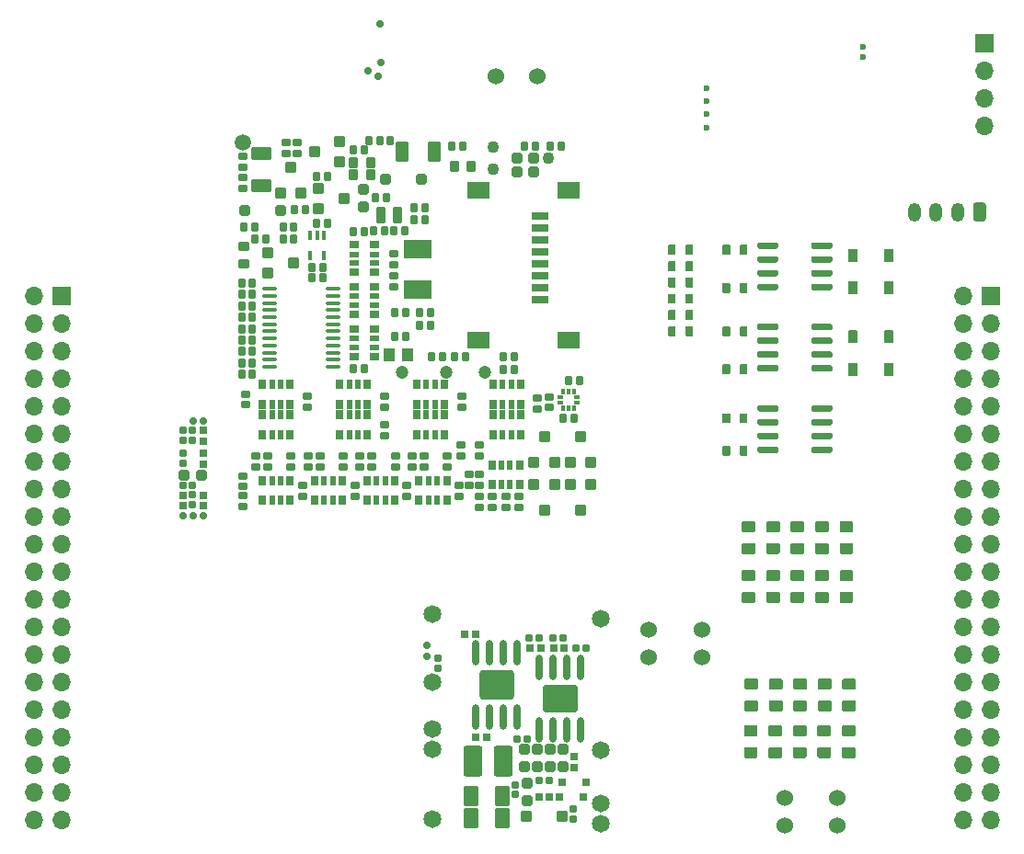
<source format=gbs>
G75*
G70*
%OFA0B0*%
%FSLAX25Y25*%
%IPPOS*%
%LPD*%
%AMOC8*
5,1,8,0,0,1.08239X$1,22.5*
%
%AMM150*
21,1,0.041340,0.026770,-0.000000,-0.000000,180.000000*
21,1,0.029130,0.038980,-0.000000,-0.000000,180.000000*
1,1,0.012210,-0.014570,0.013390*
1,1,0.012210,0.014570,0.013390*
1,1,0.012210,0.014570,-0.013390*
1,1,0.012210,-0.014570,-0.013390*
%
%AMM151*
21,1,0.076380,0.036220,-0.000000,-0.000000,270.000000*
21,1,0.061810,0.050790,-0.000000,-0.000000,270.000000*
1,1,0.014570,-0.018110,-0.030910*
1,1,0.014570,-0.018110,0.030910*
1,1,0.014570,0.018110,0.030910*
1,1,0.014570,0.018110,-0.030910*
%
%AMM154*
21,1,0.029130,0.018900,-0.000000,-0.000000,270.000000*
21,1,0.018900,0.029130,-0.000000,-0.000000,270.000000*
1,1,0.010240,-0.009450,-0.009450*
1,1,0.010240,-0.009450,0.009450*
1,1,0.010240,0.009450,0.009450*
1,1,0.010240,0.009450,-0.009450*
%
%AMM155*
21,1,0.025200,0.019680,-0.000000,-0.000000,180.000000*
21,1,0.015750,0.029130,-0.000000,-0.000000,180.000000*
1,1,0.009450,-0.007870,0.009840*
1,1,0.009450,0.007870,0.009840*
1,1,0.009450,0.007870,-0.009840*
1,1,0.009450,-0.007870,-0.009840*
%
%AMM156*
21,1,0.025200,0.019680,-0.000000,-0.000000,90.000000*
21,1,0.015750,0.029130,-0.000000,-0.000000,90.000000*
1,1,0.009450,0.009840,0.007870*
1,1,0.009450,0.009840,-0.007870*
1,1,0.009450,-0.009840,-0.007870*
1,1,0.009450,-0.009840,0.007870*
%
%AMM162*
21,1,0.111810,0.050390,-0.000000,-0.000000,270.000000*
21,1,0.093700,0.068500,-0.000000,-0.000000,270.000000*
1,1,0.018110,-0.025200,-0.046850*
1,1,0.018110,-0.025200,0.046850*
1,1,0.018110,0.025200,0.046850*
1,1,0.018110,0.025200,-0.046850*
%
%AMM163*
21,1,0.038980,0.026770,-0.000000,-0.000000,90.000000*
21,1,0.026770,0.038980,-0.000000,-0.000000,90.000000*
1,1,0.012210,0.013390,0.013390*
1,1,0.012210,0.013390,-0.013390*
1,1,0.012210,-0.013390,-0.013390*
1,1,0.012210,-0.013390,0.013390*
%
%AMM164*
21,1,0.029130,0.018900,-0.000000,-0.000000,0.000000*
21,1,0.018900,0.029130,-0.000000,-0.000000,0.000000*
1,1,0.010240,0.009450,-0.009450*
1,1,0.010240,-0.009450,-0.009450*
1,1,0.010240,-0.009450,0.009450*
1,1,0.010240,0.009450,0.009450*
%
%AMM165*
21,1,0.127560,0.075590,-0.000000,-0.000000,0.000000*
21,1,0.103150,0.100000,-0.000000,-0.000000,0.000000*
1,1,0.024410,0.051580,-0.037800*
1,1,0.024410,-0.051580,-0.037800*
1,1,0.024410,-0.051580,0.037800*
1,1,0.024410,0.051580,0.037800*
%
%AMM166*
21,1,0.123620,0.083460,-0.000000,-0.000000,180.000000*
21,1,0.097240,0.109840,-0.000000,-0.000000,180.000000*
1,1,0.026380,-0.048620,0.041730*
1,1,0.026380,0.048620,0.041730*
1,1,0.026380,0.048620,-0.041730*
1,1,0.026380,-0.048620,-0.041730*
%
%AMM173*
21,1,0.029130,0.018900,0.000000,-0.000000,90.000000*
21,1,0.018900,0.029130,0.000000,-0.000000,90.000000*
1,1,0.010240,0.009450,0.009450*
1,1,0.010240,0.009450,-0.009450*
1,1,0.010240,-0.009450,-0.009450*
1,1,0.010240,-0.009450,0.009450*
%
%AMM174*
21,1,0.025200,0.019680,0.000000,-0.000000,180.000000*
21,1,0.015750,0.029130,0.000000,-0.000000,180.000000*
1,1,0.009450,-0.007870,0.009840*
1,1,0.009450,0.007870,0.009840*
1,1,0.009450,0.007870,-0.009840*
1,1,0.009450,-0.007870,-0.009840*
%
%AMM175*
21,1,0.038980,0.026770,0.000000,-0.000000,180.000000*
21,1,0.026770,0.038980,0.000000,-0.000000,180.000000*
1,1,0.012210,-0.013390,0.013390*
1,1,0.012210,0.013390,0.013390*
1,1,0.012210,0.013390,-0.013390*
1,1,0.012210,-0.013390,-0.013390*
%
%AMM176*
21,1,0.025200,0.019680,0.000000,-0.000000,270.000000*
21,1,0.015750,0.029130,0.000000,-0.000000,270.000000*
1,1,0.009450,-0.009840,-0.007870*
1,1,0.009450,-0.009840,0.007870*
1,1,0.009450,0.009840,0.007870*
1,1,0.009450,0.009840,-0.007870*
%
%AMM57*
21,1,0.029530,0.026380,0.000000,0.000000,270.000000*
21,1,0.020470,0.035430,0.000000,0.000000,270.000000*
1,1,0.009060,-0.013190,-0.010240*
1,1,0.009060,-0.013190,0.010240*
1,1,0.009060,0.013190,0.010240*
1,1,0.009060,0.013190,-0.010240*
%
%AMM58*
21,1,0.021650,0.027950,0.000000,0.000000,270.000000*
21,1,0.014170,0.035430,0.000000,0.000000,270.000000*
1,1,0.007480,-0.013980,-0.007090*
1,1,0.007480,-0.013980,0.007090*
1,1,0.007480,0.013980,0.007090*
1,1,0.007480,0.013980,-0.007090*
%
%AMM61*
21,1,0.031500,0.018900,0.000000,0.000000,90.000000*
21,1,0.022840,0.027560,0.000000,0.000000,90.000000*
1,1,0.008660,0.009450,0.011420*
1,1,0.008660,0.009450,-0.011420*
1,1,0.008660,-0.009450,-0.011420*
1,1,0.008660,-0.009450,0.011420*
%
%AMM63*
21,1,0.031500,0.018900,0.000000,0.000000,180.000000*
21,1,0.022840,0.027560,0.000000,0.000000,180.000000*
1,1,0.008660,-0.011420,0.009450*
1,1,0.008660,0.011420,0.009450*
1,1,0.008660,0.011420,-0.009450*
1,1,0.008660,-0.011420,-0.009450*
%
%AMM65*
21,1,0.039370,0.030320,0.000000,0.000000,270.000000*
21,1,0.028350,0.041340,0.000000,0.000000,270.000000*
1,1,0.011020,-0.015160,-0.014170*
1,1,0.011020,-0.015160,0.014170*
1,1,0.011020,0.015160,0.014170*
1,1,0.011020,0.015160,-0.014170*
%
%AMM68*
21,1,0.031500,0.030710,0.000000,0.000000,0.000000*
21,1,0.022050,0.040160,0.000000,0.000000,0.000000*
1,1,0.009450,0.011020,-0.015350*
1,1,0.009450,-0.011020,-0.015350*
1,1,0.009450,-0.011020,0.015350*
1,1,0.009450,0.011020,0.015350*
%
%AMM82*
21,1,0.037400,0.026770,0.000000,0.000000,90.000000*
21,1,0.026770,0.037400,0.000000,0.000000,90.000000*
1,1,0.010630,0.013390,0.013390*
1,1,0.010630,0.013390,-0.013390*
1,1,0.010630,-0.013390,-0.013390*
1,1,0.010630,-0.013390,0.013390*
%
%AMM83*
21,1,0.029530,0.026380,0.000000,0.000000,0.000000*
21,1,0.020470,0.035430,0.000000,0.000000,0.000000*
1,1,0.009060,0.010240,-0.013190*
1,1,0.009060,-0.010240,-0.013190*
1,1,0.009060,-0.010240,0.013190*
1,1,0.009060,0.010240,0.013190*
%
%AMM84*
21,1,0.021650,0.027950,0.000000,0.000000,0.000000*
21,1,0.014170,0.035430,0.000000,0.000000,0.000000*
1,1,0.007480,0.007090,-0.013980*
1,1,0.007480,-0.007090,-0.013980*
1,1,0.007480,-0.007090,0.013980*
1,1,0.007480,0.007090,0.013980*
%
%AMM85*
21,1,0.037400,0.026770,0.000000,0.000000,0.000000*
21,1,0.026770,0.037400,0.000000,0.000000,0.000000*
1,1,0.010630,0.013390,-0.013390*
1,1,0.010630,-0.013390,-0.013390*
1,1,0.010630,-0.013390,0.013390*
1,1,0.010630,0.013390,0.013390*
%
%AMM86*
21,1,0.082680,0.045670,0.000000,0.000000,180.000000*
21,1,0.067320,0.061020,0.000000,0.000000,180.000000*
1,1,0.015350,-0.033660,0.022840*
1,1,0.015350,0.033660,0.022840*
1,1,0.015350,0.033660,-0.022840*
1,1,0.015350,-0.033660,-0.022840*
%
%AMM87*
21,1,0.062990,0.020470,0.000000,0.000000,180.000000*
21,1,0.053940,0.029530,0.000000,0.000000,180.000000*
1,1,0.009060,-0.026970,0.010240*
1,1,0.009060,0.026970,0.010240*
1,1,0.009060,0.026970,-0.010240*
1,1,0.009060,-0.026970,-0.010240*
%
%AMM88*
21,1,0.039370,0.030320,0.000000,0.000000,180.000000*
21,1,0.028350,0.041340,0.000000,0.000000,180.000000*
1,1,0.011020,-0.014170,0.015160*
1,1,0.011020,0.014170,0.015160*
1,1,0.011020,0.014170,-0.015160*
1,1,0.011020,-0.014170,-0.015160*
%
%AMM89*
21,1,0.016540,0.028980,0.000000,0.000000,180.000000*
21,1,0.010080,0.035430,0.000000,0.000000,180.000000*
1,1,0.006460,-0.005040,0.014490*
1,1,0.006460,0.005040,0.014490*
1,1,0.006460,0.005040,-0.014490*
1,1,0.006460,-0.005040,-0.014490*
%
%AMM90*
21,1,0.074800,0.036220,0.000000,0.000000,0.000000*
21,1,0.061810,0.049210,0.000000,0.000000,0.000000*
1,1,0.012990,0.030910,-0.018110*
1,1,0.012990,-0.030910,-0.018110*
1,1,0.012990,-0.030910,0.018110*
1,1,0.012990,0.030910,0.018110*
%
%AMM91*
21,1,0.039760,0.026770,0.000000,0.000000,0.000000*
21,1,0.029130,0.037400,0.000000,0.000000,0.000000*
1,1,0.010630,0.014570,-0.013390*
1,1,0.010630,-0.014570,-0.013390*
1,1,0.010630,-0.014570,0.013390*
1,1,0.010630,0.014570,0.013390*
%
%AMM92*
21,1,0.031500,0.049610,0.000000,0.000000,0.000000*
21,1,0.022050,0.059060,0.000000,0.000000,0.000000*
1,1,0.009450,0.011020,-0.024800*
1,1,0.009450,-0.011020,-0.024800*
1,1,0.009450,-0.011020,0.024800*
1,1,0.009450,0.011020,0.024800*
%
%AMM93*
21,1,0.074800,0.036220,0.000000,0.000000,90.000000*
21,1,0.061810,0.049210,0.000000,0.000000,90.000000*
1,1,0.012990,0.018110,0.030910*
1,1,0.012990,0.018110,-0.030910*
1,1,0.012990,-0.018110,-0.030910*
1,1,0.012990,-0.018110,0.030910*
%
%AMM94*
21,1,0.031500,0.030710,0.000000,0.000000,90.000000*
21,1,0.022050,0.040160,0.000000,0.000000,90.000000*
1,1,0.009450,0.015350,0.011020*
1,1,0.009450,0.015350,-0.011020*
1,1,0.009450,-0.015350,-0.011020*
1,1,0.009450,-0.015350,0.011020*
%
%ADD10C,0.05906*%
%ADD11C,0.02362*%
%ADD110C,0.06457*%
%ADD120O,0.02520X0.09213*%
%ADD154M57*%
%ADD155M58*%
%ADD162M61*%
%ADD166M63*%
%ADD168M65*%
%ADD172M68*%
%ADD178C,0.04724*%
%ADD179C,0.04294*%
%ADD196M82*%
%ADD197M83*%
%ADD198M84*%
%ADD199M85*%
%ADD200M86*%
%ADD201M87*%
%ADD202M88*%
%ADD203R,0.01772X0.01870*%
%ADD204M89*%
%ADD205O,0.05354X0.01378*%
%ADD206M90*%
%ADD207M91*%
%ADD208R,0.09843X0.07087*%
%ADD209R,0.01870X0.01772*%
%ADD21R,0.06693X0.06693*%
%ADD210M92*%
%ADD211R,0.04331X0.04724*%
%ADD212M93*%
%ADD213M94*%
%ADD22O,0.06693X0.06693*%
%ADD23O,0.04724X0.06890*%
%ADD28C,0.06000*%
%ADD281M150*%
%ADD282M151*%
%ADD285M154*%
%ADD286M155*%
%ADD287M156*%
%ADD293M162*%
%ADD294M163*%
%ADD295M164*%
%ADD296M165*%
%ADD297M166*%
%ADD304M173*%
%ADD305M174*%
%ADD306M175*%
%ADD307M176*%
%ADD81C,0.02913*%
X0000000Y0000000D02*
%LPD*%
G01*
D10*
X0157972Y0014173D03*
X0157972Y0039370D03*
X0157972Y0046850D03*
X0157972Y0063780D03*
D11*
X0156201Y0073228D03*
X0156201Y0077165D03*
D10*
X0157972Y0088386D03*
X0218996Y0012402D03*
X0218996Y0019685D03*
X0218996Y0039173D03*
X0218996Y0086614D03*
D21*
X0358268Y0295433D03*
D22*
X0358268Y0285433D03*
X0358268Y0275433D03*
X0358268Y0265433D03*
G36*
G01*
X0358661Y0236713D02*
X0358661Y0231791D01*
G75*
G02*
X0357677Y0230807I-000984J0000000D01*
G01*
X0354921Y0230807D01*
G75*
G02*
X0353937Y0231791I0000000J0000984D01*
G01*
X0353937Y0236713D01*
G75*
G02*
X0354921Y0237697I0000984J0000000D01*
G01*
X0357677Y0237697D01*
G75*
G02*
X0358661Y0236713I0000000J-000984D01*
G01*
G37*
D23*
X0348425Y0234252D03*
X0340551Y0234252D03*
X0332677Y0234252D03*
D11*
X0075098Y0124114D03*
X0071358Y0124114D03*
X0067618Y0124114D03*
X0071555Y0158366D03*
X0075098Y0158366D03*
D28*
X0304921Y0021654D03*
X0285630Y0021654D03*
D11*
X0138337Y0283294D03*
X0134892Y0285361D03*
X0139518Y0288314D03*
X0139222Y0302290D03*
D28*
X0196102Y0283465D03*
X0181102Y0283465D03*
X0236417Y0082677D03*
X0255709Y0082677D03*
X0285630Y0011811D03*
X0304921Y0011811D03*
X0236417Y0072835D03*
X0255709Y0072835D03*
D11*
X0257283Y0274341D03*
X0257283Y0279065D03*
X0257283Y0269616D03*
X0257283Y0264892D03*
X0314075Y0290325D03*
X0314075Y0294262D03*
G36*
G01*
X0263189Y0175630D02*
X0263189Y0178701D01*
G75*
G02*
X0263465Y0178976I0000276J0000000D01*
G01*
X0265669Y0178976D01*
G75*
G02*
X0265945Y0178701I0000000J-000276D01*
G01*
X0265945Y0175630D01*
G75*
G02*
X0265669Y0175354I-000276J0000000D01*
G01*
X0263465Y0175354D01*
G75*
G02*
X0263189Y0175630I0000000J0000276D01*
G01*
G37*
G36*
G01*
X0269488Y0175630D02*
X0269488Y0178701D01*
G75*
G02*
X0269764Y0178976I0000276J0000000D01*
G01*
X0271969Y0178976D01*
G75*
G02*
X0272244Y0178701I0000000J-000276D01*
G01*
X0272244Y0175630D01*
G75*
G02*
X0271969Y0175354I-000276J0000000D01*
G01*
X0269764Y0175354D01*
G75*
G02*
X0269488Y0175630I0000000J0000276D01*
G01*
G37*
G36*
G01*
X0310965Y0036260D02*
X0306831Y0036260D01*
G75*
G02*
X0306437Y0036654I0000000J0000394D01*
G01*
X0306437Y0039803D01*
G75*
G02*
X0306831Y0040197I0000394J0000000D01*
G01*
X0310965Y0040197D01*
G75*
G02*
X0311358Y0039803I0000000J-000394D01*
G01*
X0311358Y0036654D01*
G75*
G02*
X0310965Y0036260I-000394J0000000D01*
G01*
G37*
G36*
G01*
X0310965Y0044134D02*
X0306831Y0044134D01*
G75*
G02*
X0306437Y0044528I0000000J0000394D01*
G01*
X0306437Y0047677D01*
G75*
G02*
X0306831Y0048071I0000394J0000000D01*
G01*
X0310965Y0048071D01*
G75*
G02*
X0311358Y0047677I0000000J-000394D01*
G01*
X0311358Y0044528D01*
G75*
G02*
X0310965Y0044134I-000394J0000000D01*
G01*
G37*
G36*
G01*
X0289272Y0064961D02*
X0293406Y0064961D01*
G75*
G02*
X0293799Y0064567I0000000J-000394D01*
G01*
X0293799Y0061417D01*
G75*
G02*
X0293406Y0061024I-000394J0000000D01*
G01*
X0289272Y0061024D01*
G75*
G02*
X0288878Y0061417I0000000J0000394D01*
G01*
X0288878Y0064567D01*
G75*
G02*
X0289272Y0064961I0000394J0000000D01*
G01*
G37*
G36*
G01*
X0289272Y0057087D02*
X0293406Y0057087D01*
G75*
G02*
X0293799Y0056693I0000000J-000394D01*
G01*
X0293799Y0053543D01*
G75*
G02*
X0293406Y0053150I-000394J0000000D01*
G01*
X0289272Y0053150D01*
G75*
G02*
X0288878Y0053543I0000000J0000394D01*
G01*
X0288878Y0056693D01*
G75*
G02*
X0289272Y0057087I0000394J0000000D01*
G01*
G37*
G36*
G01*
X0252559Y0198386D02*
X0252559Y0195315D01*
G75*
G02*
X0252283Y0195039I-000276J0000000D01*
G01*
X0250079Y0195039D01*
G75*
G02*
X0249803Y0195315I0000000J0000276D01*
G01*
X0249803Y0198386D01*
G75*
G02*
X0250079Y0198661I0000276J0000000D01*
G01*
X0252283Y0198661D01*
G75*
G02*
X0252559Y0198386I0000000J-000276D01*
G01*
G37*
G36*
G01*
X0246260Y0198386D02*
X0246260Y0195315D01*
G75*
G02*
X0245984Y0195039I-000276J0000000D01*
G01*
X0243780Y0195039D01*
G75*
G02*
X0243504Y0195315I0000000J0000276D01*
G01*
X0243504Y0198386D01*
G75*
G02*
X0243780Y0198661I0000276J0000000D01*
G01*
X0245984Y0198661D01*
G75*
G02*
X0246260Y0198386I0000000J-000276D01*
G01*
G37*
G36*
G01*
X0263189Y0205157D02*
X0263189Y0208228D01*
G75*
G02*
X0263465Y0208504I0000276J0000000D01*
G01*
X0265669Y0208504D01*
G75*
G02*
X0265945Y0208228I0000000J-000276D01*
G01*
X0265945Y0205157D01*
G75*
G02*
X0265669Y0204882I-000276J0000000D01*
G01*
X0263465Y0204882D01*
G75*
G02*
X0263189Y0205157I0000000J0000276D01*
G01*
G37*
G36*
G01*
X0269488Y0205157D02*
X0269488Y0208228D01*
G75*
G02*
X0269764Y0208504I0000276J0000000D01*
G01*
X0271969Y0208504D01*
G75*
G02*
X0272244Y0208228I0000000J-000276D01*
G01*
X0272244Y0205157D01*
G75*
G02*
X0271969Y0204882I-000276J0000000D01*
G01*
X0269764Y0204882D01*
G75*
G02*
X0269488Y0205157I0000000J0000276D01*
G01*
G37*
G36*
G01*
X0298130Y0064961D02*
X0302264Y0064961D01*
G75*
G02*
X0302657Y0064567I0000000J-000394D01*
G01*
X0302657Y0061417D01*
G75*
G02*
X0302264Y0061024I-000394J0000000D01*
G01*
X0298130Y0061024D01*
G75*
G02*
X0297736Y0061417I0000000J0000394D01*
G01*
X0297736Y0064567D01*
G75*
G02*
X0298130Y0064961I0000394J0000000D01*
G01*
G37*
G36*
G01*
X0298130Y0057087D02*
X0302264Y0057087D01*
G75*
G02*
X0302657Y0056693I0000000J-000394D01*
G01*
X0302657Y0053543D01*
G75*
G02*
X0302264Y0053150I-000394J0000000D01*
G01*
X0298130Y0053150D01*
G75*
G02*
X0297736Y0053543I0000000J0000394D01*
G01*
X0297736Y0056693D01*
G75*
G02*
X0298130Y0057087I0000394J0000000D01*
G01*
G37*
G36*
G01*
X0270571Y0122047D02*
X0274705Y0122047D01*
G75*
G02*
X0275098Y0121654I0000000J-000394D01*
G01*
X0275098Y0118504D01*
G75*
G02*
X0274705Y0118110I-000394J0000000D01*
G01*
X0270571Y0118110D01*
G75*
G02*
X0270177Y0118504I0000000J0000394D01*
G01*
X0270177Y0121654D01*
G75*
G02*
X0270571Y0122047I0000394J0000000D01*
G01*
G37*
G36*
G01*
X0270571Y0114173D02*
X0274705Y0114173D01*
G75*
G02*
X0275098Y0113780I0000000J-000394D01*
G01*
X0275098Y0110630D01*
G75*
G02*
X0274705Y0110236I-000394J0000000D01*
G01*
X0270571Y0110236D01*
G75*
G02*
X0270177Y0110630I0000000J0000394D01*
G01*
X0270177Y0113780D01*
G75*
G02*
X0270571Y0114173I0000394J0000000D01*
G01*
G37*
G36*
G01*
X0302106Y0036260D02*
X0297972Y0036260D01*
G75*
G02*
X0297579Y0036654I0000000J0000394D01*
G01*
X0297579Y0039803D01*
G75*
G02*
X0297972Y0040197I0000394J0000000D01*
G01*
X0302106Y0040197D01*
G75*
G02*
X0302500Y0039803I0000000J-000394D01*
G01*
X0302500Y0036654D01*
G75*
G02*
X0302106Y0036260I-000394J0000000D01*
G01*
G37*
G36*
G01*
X0302106Y0044134D02*
X0297972Y0044134D01*
G75*
G02*
X0297579Y0044528I0000000J0000394D01*
G01*
X0297579Y0047677D01*
G75*
G02*
X0297972Y0048071I0000394J0000000D01*
G01*
X0302106Y0048071D01*
G75*
G02*
X0302500Y0047677I0000000J-000394D01*
G01*
X0302500Y0044528D01*
G75*
G02*
X0302106Y0044134I-000394J0000000D01*
G01*
G37*
G36*
G01*
X0280413Y0064961D02*
X0284547Y0064961D01*
G75*
G02*
X0284941Y0064567I0000000J-000394D01*
G01*
X0284941Y0061417D01*
G75*
G02*
X0284547Y0061024I-000394J0000000D01*
G01*
X0280413Y0061024D01*
G75*
G02*
X0280020Y0061417I0000000J0000394D01*
G01*
X0280020Y0064567D01*
G75*
G02*
X0280413Y0064961I0000394J0000000D01*
G01*
G37*
G36*
G01*
X0280413Y0057087D02*
X0284547Y0057087D01*
G75*
G02*
X0284941Y0056693I0000000J-000394D01*
G01*
X0284941Y0053543D01*
G75*
G02*
X0284547Y0053150I-000394J0000000D01*
G01*
X0280413Y0053150D01*
G75*
G02*
X0280020Y0053543I0000000J0000394D01*
G01*
X0280020Y0056693D01*
G75*
G02*
X0280413Y0057087I0000394J0000000D01*
G01*
G37*
G36*
G01*
X0306988Y0064961D02*
X0311122Y0064961D01*
G75*
G02*
X0311516Y0064567I0000000J-000394D01*
G01*
X0311516Y0061417D01*
G75*
G02*
X0311122Y0061024I-000394J0000000D01*
G01*
X0306988Y0061024D01*
G75*
G02*
X0306594Y0061417I0000000J0000394D01*
G01*
X0306594Y0064567D01*
G75*
G02*
X0306988Y0064961I0000394J0000000D01*
G01*
G37*
G36*
G01*
X0306988Y0057087D02*
X0311122Y0057087D01*
G75*
G02*
X0311516Y0056693I0000000J-000394D01*
G01*
X0311516Y0053543D01*
G75*
G02*
X0311122Y0053150I-000394J0000000D01*
G01*
X0306988Y0053150D01*
G75*
G02*
X0306594Y0053543I0000000J0000394D01*
G01*
X0306594Y0056693D01*
G75*
G02*
X0306988Y0057087I0000394J0000000D01*
G01*
G37*
G36*
G01*
X0275787Y0147421D02*
X0275787Y0148602D01*
G75*
G02*
X0276378Y0149193I0000591J0000000D01*
G01*
X0282874Y0149193D01*
G75*
G02*
X0283465Y0148602I0000000J-000591D01*
G01*
X0283465Y0147421D01*
G75*
G02*
X0282874Y0146831I-000591J0000000D01*
G01*
X0276378Y0146831D01*
G75*
G02*
X0275787Y0147421I0000000J0000591D01*
G01*
G37*
G36*
G01*
X0275787Y0152421D02*
X0275787Y0153602D01*
G75*
G02*
X0276378Y0154193I0000591J0000000D01*
G01*
X0282874Y0154193D01*
G75*
G02*
X0283465Y0153602I0000000J-000591D01*
G01*
X0283465Y0152421D01*
G75*
G02*
X0282874Y0151831I-000591J0000000D01*
G01*
X0276378Y0151831D01*
G75*
G02*
X0275787Y0152421I0000000J0000591D01*
G01*
G37*
G36*
G01*
X0275787Y0157421D02*
X0275787Y0158602D01*
G75*
G02*
X0276378Y0159193I0000591J0000000D01*
G01*
X0282874Y0159193D01*
G75*
G02*
X0283465Y0158602I0000000J-000591D01*
G01*
X0283465Y0157421D01*
G75*
G02*
X0282874Y0156831I-000591J0000000D01*
G01*
X0276378Y0156831D01*
G75*
G02*
X0275787Y0157421I0000000J0000591D01*
G01*
G37*
G36*
G01*
X0275787Y0162421D02*
X0275787Y0163602D01*
G75*
G02*
X0276378Y0164193I0000591J0000000D01*
G01*
X0282874Y0164193D01*
G75*
G02*
X0283465Y0163602I0000000J-000591D01*
G01*
X0283465Y0162421D01*
G75*
G02*
X0282874Y0161831I-000591J0000000D01*
G01*
X0276378Y0161831D01*
G75*
G02*
X0275787Y0162421I0000000J0000591D01*
G01*
G37*
G36*
G01*
X0295276Y0162421D02*
X0295276Y0163602D01*
G75*
G02*
X0295866Y0164193I0000591J0000000D01*
G01*
X0302362Y0164193D01*
G75*
G02*
X0302953Y0163602I0000000J-000591D01*
G01*
X0302953Y0162421D01*
G75*
G02*
X0302362Y0161831I-000591J0000000D01*
G01*
X0295866Y0161831D01*
G75*
G02*
X0295276Y0162421I0000000J0000591D01*
G01*
G37*
G36*
G01*
X0295276Y0157421D02*
X0295276Y0158602D01*
G75*
G02*
X0295866Y0159193I0000591J0000000D01*
G01*
X0302362Y0159193D01*
G75*
G02*
X0302953Y0158602I0000000J-000591D01*
G01*
X0302953Y0157421D01*
G75*
G02*
X0302362Y0156831I-000591J0000000D01*
G01*
X0295866Y0156831D01*
G75*
G02*
X0295276Y0157421I0000000J0000591D01*
G01*
G37*
G36*
G01*
X0295276Y0152421D02*
X0295276Y0153602D01*
G75*
G02*
X0295866Y0154193I0000591J0000000D01*
G01*
X0302362Y0154193D01*
G75*
G02*
X0302953Y0153602I0000000J-000591D01*
G01*
X0302953Y0152421D01*
G75*
G02*
X0302362Y0151831I-000591J0000000D01*
G01*
X0295866Y0151831D01*
G75*
G02*
X0295276Y0152421I0000000J0000591D01*
G01*
G37*
G36*
G01*
X0295276Y0147421D02*
X0295276Y0148602D01*
G75*
G02*
X0295866Y0149193I0000591J0000000D01*
G01*
X0302362Y0149193D01*
G75*
G02*
X0302953Y0148602I0000000J-000591D01*
G01*
X0302953Y0147421D01*
G75*
G02*
X0302362Y0146831I-000591J0000000D01*
G01*
X0295866Y0146831D01*
G75*
G02*
X0295276Y0147421I0000000J0000591D01*
G01*
G37*
G36*
G01*
X0252559Y0222008D02*
X0252559Y0218937D01*
G75*
G02*
X0252283Y0218661I-000276J0000000D01*
G01*
X0250079Y0218661D01*
G75*
G02*
X0249803Y0218937I0000000J0000276D01*
G01*
X0249803Y0222008D01*
G75*
G02*
X0250079Y0222283I0000276J0000000D01*
G01*
X0252283Y0222283D01*
G75*
G02*
X0252559Y0222008I0000000J-000276D01*
G01*
G37*
G36*
G01*
X0246260Y0222008D02*
X0246260Y0218937D01*
G75*
G02*
X0245984Y0218661I-000276J0000000D01*
G01*
X0243780Y0218661D01*
G75*
G02*
X0243504Y0218937I0000000J0000276D01*
G01*
X0243504Y0222008D01*
G75*
G02*
X0243780Y0222283I0000276J0000000D01*
G01*
X0245984Y0222283D01*
G75*
G02*
X0246260Y0222008I0000000J-000276D01*
G01*
G37*
G36*
G01*
X0325197Y0190984D02*
X0325197Y0186969D01*
G75*
G02*
X0324843Y0186614I-000354J0000000D01*
G01*
X0322008Y0186614D01*
G75*
G02*
X0321654Y0186969I0000000J0000354D01*
G01*
X0321654Y0190984D01*
G75*
G02*
X0322008Y0191339I0000354J0000000D01*
G01*
X0324843Y0191339D01*
G75*
G02*
X0325197Y0190984I0000000J-000354D01*
G01*
G37*
G36*
G01*
X0312205Y0190984D02*
X0312205Y0186969D01*
G75*
G02*
X0311850Y0186614I-000354J0000000D01*
G01*
X0309016Y0186614D01*
G75*
G02*
X0308661Y0186969I0000000J0000354D01*
G01*
X0308661Y0190984D01*
G75*
G02*
X0309016Y0191339I0000354J0000000D01*
G01*
X0311850Y0191339D01*
G75*
G02*
X0312205Y0190984I0000000J-000354D01*
G01*
G37*
G36*
G01*
X0283563Y0092520D02*
X0279429Y0092520D01*
G75*
G02*
X0279035Y0092913I0000000J0000394D01*
G01*
X0279035Y0096063D01*
G75*
G02*
X0279429Y0096457I0000394J0000000D01*
G01*
X0283563Y0096457D01*
G75*
G02*
X0283957Y0096063I0000000J-000394D01*
G01*
X0283957Y0092913D01*
G75*
G02*
X0283563Y0092520I-000394J0000000D01*
G01*
G37*
G36*
G01*
X0283563Y0100394D02*
X0279429Y0100394D01*
G75*
G02*
X0279035Y0100787I0000000J0000394D01*
G01*
X0279035Y0103937D01*
G75*
G02*
X0279429Y0104331I0000394J0000000D01*
G01*
X0283563Y0104331D01*
G75*
G02*
X0283957Y0103937I0000000J-000394D01*
G01*
X0283957Y0100787D01*
G75*
G02*
X0283563Y0100394I-000394J0000000D01*
G01*
G37*
G36*
G01*
X0275531Y0036260D02*
X0271398Y0036260D01*
G75*
G02*
X0271004Y0036654I0000000J0000394D01*
G01*
X0271004Y0039803D01*
G75*
G02*
X0271398Y0040197I0000394J0000000D01*
G01*
X0275531Y0040197D01*
G75*
G02*
X0275925Y0039803I0000000J-000394D01*
G01*
X0275925Y0036654D01*
G75*
G02*
X0275531Y0036260I-000394J0000000D01*
G01*
G37*
G36*
G01*
X0275531Y0044134D02*
X0271398Y0044134D01*
G75*
G02*
X0271004Y0044528I0000000J0000394D01*
G01*
X0271004Y0047677D01*
G75*
G02*
X0271398Y0048071I0000394J0000000D01*
G01*
X0275531Y0048071D01*
G75*
G02*
X0275925Y0047677I0000000J-000394D01*
G01*
X0275925Y0044528D01*
G75*
G02*
X0275531Y0044134I-000394J0000000D01*
G01*
G37*
G36*
G01*
X0252559Y0210197D02*
X0252559Y0207126D01*
G75*
G02*
X0252283Y0206850I-000276J0000000D01*
G01*
X0250079Y0206850D01*
G75*
G02*
X0249803Y0207126I0000000J0000276D01*
G01*
X0249803Y0210197D01*
G75*
G02*
X0250079Y0210472I0000276J0000000D01*
G01*
X0252283Y0210472D01*
G75*
G02*
X0252559Y0210197I0000000J-000276D01*
G01*
G37*
G36*
G01*
X0246260Y0210197D02*
X0246260Y0207126D01*
G75*
G02*
X0245984Y0206850I-000276J0000000D01*
G01*
X0243780Y0206850D01*
G75*
G02*
X0243504Y0207126I0000000J0000276D01*
G01*
X0243504Y0210197D01*
G75*
G02*
X0243780Y0210472I0000276J0000000D01*
G01*
X0245984Y0210472D01*
G75*
G02*
X0246260Y0210197I0000000J-000276D01*
G01*
G37*
G36*
G01*
X0325197Y0179173D02*
X0325197Y0175157D01*
G75*
G02*
X0324843Y0174803I-000354J0000000D01*
G01*
X0322008Y0174803D01*
G75*
G02*
X0321654Y0175157I0000000J0000354D01*
G01*
X0321654Y0179173D01*
G75*
G02*
X0322008Y0179528I0000354J0000000D01*
G01*
X0324843Y0179528D01*
G75*
G02*
X0325197Y0179173I0000000J-000354D01*
G01*
G37*
G36*
G01*
X0312205Y0179173D02*
X0312205Y0175157D01*
G75*
G02*
X0311850Y0174803I-000354J0000000D01*
G01*
X0309016Y0174803D01*
G75*
G02*
X0308661Y0175157I0000000J0000354D01*
G01*
X0308661Y0179173D01*
G75*
G02*
X0309016Y0179528I0000354J0000000D01*
G01*
X0311850Y0179528D01*
G75*
G02*
X0312205Y0179173I0000000J-000354D01*
G01*
G37*
G36*
G01*
X0288287Y0122047D02*
X0292421Y0122047D01*
G75*
G02*
X0292815Y0121654I0000000J-000394D01*
G01*
X0292815Y0118504D01*
G75*
G02*
X0292421Y0118110I-000394J0000000D01*
G01*
X0288287Y0118110D01*
G75*
G02*
X0287894Y0118504I0000000J0000394D01*
G01*
X0287894Y0121654D01*
G75*
G02*
X0288287Y0122047I0000394J0000000D01*
G01*
G37*
G36*
G01*
X0288287Y0114173D02*
X0292421Y0114173D01*
G75*
G02*
X0292815Y0113780I0000000J-000394D01*
G01*
X0292815Y0110630D01*
G75*
G02*
X0292421Y0110236I-000394J0000000D01*
G01*
X0288287Y0110236D01*
G75*
G02*
X0287894Y0110630I0000000J0000394D01*
G01*
X0287894Y0113780D01*
G75*
G02*
X0288287Y0114173I0000394J0000000D01*
G01*
G37*
D21*
X0360394Y0203701D03*
D22*
X0350394Y0203701D03*
X0360394Y0193701D03*
X0350394Y0193701D03*
X0360394Y0183701D03*
X0350394Y0183701D03*
X0360394Y0173701D03*
X0350394Y0173701D03*
X0360394Y0163701D03*
X0350394Y0163701D03*
X0360394Y0153701D03*
X0350394Y0153701D03*
X0360394Y0143701D03*
X0350394Y0143701D03*
X0360394Y0133701D03*
X0350394Y0133701D03*
X0360394Y0123701D03*
X0350394Y0123701D03*
X0360394Y0113701D03*
X0350394Y0113701D03*
X0360394Y0103701D03*
X0350394Y0103701D03*
X0360394Y0093701D03*
X0350394Y0093701D03*
X0360394Y0083701D03*
X0350394Y0083701D03*
X0360394Y0073701D03*
X0350394Y0073701D03*
X0360394Y0063701D03*
X0350394Y0063701D03*
X0360394Y0053701D03*
X0350394Y0053701D03*
X0360394Y0043701D03*
X0350394Y0043701D03*
X0360394Y0033701D03*
X0350394Y0033701D03*
X0360394Y0023701D03*
X0350394Y0023701D03*
X0360394Y0013701D03*
X0350394Y0013701D03*
G36*
G01*
X0275787Y0206476D02*
X0275787Y0207657D01*
G75*
G02*
X0276378Y0208248I0000591J0000000D01*
G01*
X0282874Y0208248D01*
G75*
G02*
X0283465Y0207657I0000000J-000591D01*
G01*
X0283465Y0206476D01*
G75*
G02*
X0282874Y0205886I-000591J0000000D01*
G01*
X0276378Y0205886D01*
G75*
G02*
X0275787Y0206476I0000000J0000591D01*
G01*
G37*
G36*
G01*
X0275787Y0211476D02*
X0275787Y0212657D01*
G75*
G02*
X0276378Y0213248I0000591J0000000D01*
G01*
X0282874Y0213248D01*
G75*
G02*
X0283465Y0212657I0000000J-000591D01*
G01*
X0283465Y0211476D01*
G75*
G02*
X0282874Y0210886I-000591J0000000D01*
G01*
X0276378Y0210886D01*
G75*
G02*
X0275787Y0211476I0000000J0000591D01*
G01*
G37*
G36*
G01*
X0275787Y0216476D02*
X0275787Y0217657D01*
G75*
G02*
X0276378Y0218248I0000591J0000000D01*
G01*
X0282874Y0218248D01*
G75*
G02*
X0283465Y0217657I0000000J-000591D01*
G01*
X0283465Y0216476D01*
G75*
G02*
X0282874Y0215886I-000591J0000000D01*
G01*
X0276378Y0215886D01*
G75*
G02*
X0275787Y0216476I0000000J0000591D01*
G01*
G37*
G36*
G01*
X0275787Y0221476D02*
X0275787Y0222657D01*
G75*
G02*
X0276378Y0223248I0000591J0000000D01*
G01*
X0282874Y0223248D01*
G75*
G02*
X0283465Y0222657I0000000J-000591D01*
G01*
X0283465Y0221476D01*
G75*
G02*
X0282874Y0220886I-000591J0000000D01*
G01*
X0276378Y0220886D01*
G75*
G02*
X0275787Y0221476I0000000J0000591D01*
G01*
G37*
G36*
G01*
X0295276Y0221476D02*
X0295276Y0222657D01*
G75*
G02*
X0295866Y0223248I0000591J0000000D01*
G01*
X0302362Y0223248D01*
G75*
G02*
X0302953Y0222657I0000000J-000591D01*
G01*
X0302953Y0221476D01*
G75*
G02*
X0302362Y0220886I-000591J0000000D01*
G01*
X0295866Y0220886D01*
G75*
G02*
X0295276Y0221476I0000000J0000591D01*
G01*
G37*
G36*
G01*
X0295276Y0216476D02*
X0295276Y0217657D01*
G75*
G02*
X0295866Y0218248I0000591J0000000D01*
G01*
X0302362Y0218248D01*
G75*
G02*
X0302953Y0217657I0000000J-000591D01*
G01*
X0302953Y0216476D01*
G75*
G02*
X0302362Y0215886I-000591J0000000D01*
G01*
X0295866Y0215886D01*
G75*
G02*
X0295276Y0216476I0000000J0000591D01*
G01*
G37*
G36*
G01*
X0295276Y0211476D02*
X0295276Y0212657D01*
G75*
G02*
X0295866Y0213248I0000591J0000000D01*
G01*
X0302362Y0213248D01*
G75*
G02*
X0302953Y0212657I0000000J-000591D01*
G01*
X0302953Y0211476D01*
G75*
G02*
X0302362Y0210886I-000591J0000000D01*
G01*
X0295866Y0210886D01*
G75*
G02*
X0295276Y0211476I0000000J0000591D01*
G01*
G37*
G36*
G01*
X0295276Y0206476D02*
X0295276Y0207657D01*
G75*
G02*
X0295866Y0208248I0000591J0000000D01*
G01*
X0302362Y0208248D01*
G75*
G02*
X0302953Y0207657I0000000J-000591D01*
G01*
X0302953Y0206476D01*
G75*
G02*
X0302362Y0205886I-000591J0000000D01*
G01*
X0295866Y0205886D01*
G75*
G02*
X0295276Y0206476I0000000J0000591D01*
G01*
G37*
G36*
G01*
X0297146Y0122047D02*
X0301280Y0122047D01*
G75*
G02*
X0301673Y0121654I0000000J-000394D01*
G01*
X0301673Y0118504D01*
G75*
G02*
X0301280Y0118110I-000394J0000000D01*
G01*
X0297146Y0118110D01*
G75*
G02*
X0296752Y0118504I0000000J0000394D01*
G01*
X0296752Y0121654D01*
G75*
G02*
X0297146Y0122047I0000394J0000000D01*
G01*
G37*
G36*
G01*
X0297146Y0114173D02*
X0301280Y0114173D01*
G75*
G02*
X0301673Y0113780I0000000J-000394D01*
G01*
X0301673Y0110630D01*
G75*
G02*
X0301280Y0110236I-000394J0000000D01*
G01*
X0297146Y0110236D01*
G75*
G02*
X0296752Y0110630I0000000J0000394D01*
G01*
X0296752Y0113780D01*
G75*
G02*
X0297146Y0114173I0000394J0000000D01*
G01*
G37*
G36*
G01*
X0252559Y0216102D02*
X0252559Y0213031D01*
G75*
G02*
X0252283Y0212756I-000276J0000000D01*
G01*
X0250079Y0212756D01*
G75*
G02*
X0249803Y0213031I0000000J0000276D01*
G01*
X0249803Y0216102D01*
G75*
G02*
X0250079Y0216378I0000276J0000000D01*
G01*
X0252283Y0216378D01*
G75*
G02*
X0252559Y0216102I0000000J-000276D01*
G01*
G37*
G36*
G01*
X0246260Y0216102D02*
X0246260Y0213031D01*
G75*
G02*
X0245984Y0212756I-000276J0000000D01*
G01*
X0243780Y0212756D01*
G75*
G02*
X0243504Y0213031I0000000J0000276D01*
G01*
X0243504Y0216102D01*
G75*
G02*
X0243780Y0216378I0000276J0000000D01*
G01*
X0245984Y0216378D01*
G75*
G02*
X0246260Y0216102I0000000J-000276D01*
G01*
G37*
G36*
G01*
X0272244Y0149173D02*
X0272244Y0146102D01*
G75*
G02*
X0271969Y0145827I-000276J0000000D01*
G01*
X0269764Y0145827D01*
G75*
G02*
X0269488Y0146102I0000000J0000276D01*
G01*
X0269488Y0149173D01*
G75*
G02*
X0269764Y0149449I0000276J0000000D01*
G01*
X0271969Y0149449D01*
G75*
G02*
X0272244Y0149173I0000000J-000276D01*
G01*
G37*
G36*
G01*
X0265945Y0149173D02*
X0265945Y0146102D01*
G75*
G02*
X0265669Y0145827I-000276J0000000D01*
G01*
X0263465Y0145827D01*
G75*
G02*
X0263189Y0146102I0000000J0000276D01*
G01*
X0263189Y0149173D01*
G75*
G02*
X0263465Y0149449I0000276J0000000D01*
G01*
X0265669Y0149449D01*
G75*
G02*
X0265945Y0149173I0000000J-000276D01*
G01*
G37*
G36*
G01*
X0263189Y0218937D02*
X0263189Y0222008D01*
G75*
G02*
X0263465Y0222283I0000276J0000000D01*
G01*
X0265669Y0222283D01*
G75*
G02*
X0265945Y0222008I0000000J-000276D01*
G01*
X0265945Y0218937D01*
G75*
G02*
X0265669Y0218661I-000276J0000000D01*
G01*
X0263465Y0218661D01*
G75*
G02*
X0263189Y0218937I0000000J0000276D01*
G01*
G37*
G36*
G01*
X0269488Y0218937D02*
X0269488Y0222008D01*
G75*
G02*
X0269764Y0222283I0000276J0000000D01*
G01*
X0271969Y0222283D01*
G75*
G02*
X0272244Y0222008I0000000J-000276D01*
G01*
X0272244Y0218937D01*
G75*
G02*
X0271969Y0218661I-000276J0000000D01*
G01*
X0269764Y0218661D01*
G75*
G02*
X0269488Y0218937I0000000J0000276D01*
G01*
G37*
G36*
G01*
X0279429Y0122047D02*
X0283563Y0122047D01*
G75*
G02*
X0283957Y0121654I0000000J-000394D01*
G01*
X0283957Y0118504D01*
G75*
G02*
X0283563Y0118110I-000394J0000000D01*
G01*
X0279429Y0118110D01*
G75*
G02*
X0279035Y0118504I0000000J0000394D01*
G01*
X0279035Y0121654D01*
G75*
G02*
X0279429Y0122047I0000394J0000000D01*
G01*
G37*
G36*
G01*
X0279429Y0114173D02*
X0283563Y0114173D01*
G75*
G02*
X0283957Y0113780I0000000J-000394D01*
G01*
X0283957Y0110630D01*
G75*
G02*
X0283563Y0110236I-000394J0000000D01*
G01*
X0279429Y0110236D01*
G75*
G02*
X0279035Y0110630I0000000J0000394D01*
G01*
X0279035Y0113780D01*
G75*
G02*
X0279429Y0114173I0000394J0000000D01*
G01*
G37*
G36*
G01*
X0252559Y0192480D02*
X0252559Y0189409D01*
G75*
G02*
X0252283Y0189134I-000276J0000000D01*
G01*
X0250079Y0189134D01*
G75*
G02*
X0249803Y0189409I0000000J0000276D01*
G01*
X0249803Y0192480D01*
G75*
G02*
X0250079Y0192756I0000276J0000000D01*
G01*
X0252283Y0192756D01*
G75*
G02*
X0252559Y0192480I0000000J-000276D01*
G01*
G37*
G36*
G01*
X0246260Y0192480D02*
X0246260Y0189409D01*
G75*
G02*
X0245984Y0189134I-000276J0000000D01*
G01*
X0243780Y0189134D01*
G75*
G02*
X0243504Y0189409I0000000J0000276D01*
G01*
X0243504Y0192480D01*
G75*
G02*
X0243780Y0192756I0000276J0000000D01*
G01*
X0245984Y0192756D01*
G75*
G02*
X0246260Y0192480I0000000J-000276D01*
G01*
G37*
G36*
G01*
X0274705Y0092520D02*
X0270571Y0092520D01*
G75*
G02*
X0270177Y0092913I0000000J0000394D01*
G01*
X0270177Y0096063D01*
G75*
G02*
X0270571Y0096457I0000394J0000000D01*
G01*
X0274705Y0096457D01*
G75*
G02*
X0275098Y0096063I0000000J-000394D01*
G01*
X0275098Y0092913D01*
G75*
G02*
X0274705Y0092520I-000394J0000000D01*
G01*
G37*
G36*
G01*
X0274705Y0100394D02*
X0270571Y0100394D01*
G75*
G02*
X0270177Y0100787I0000000J0000394D01*
G01*
X0270177Y0103937D01*
G75*
G02*
X0270571Y0104331I0000394J0000000D01*
G01*
X0274705Y0104331D01*
G75*
G02*
X0275098Y0103937I0000000J-000394D01*
G01*
X0275098Y0100787D01*
G75*
G02*
X0274705Y0100394I-000394J0000000D01*
G01*
G37*
G36*
G01*
X0272244Y0160984D02*
X0272244Y0157913D01*
G75*
G02*
X0271969Y0157638I-000276J0000000D01*
G01*
X0269764Y0157638D01*
G75*
G02*
X0269488Y0157913I0000000J0000276D01*
G01*
X0269488Y0160984D01*
G75*
G02*
X0269764Y0161260I0000276J0000000D01*
G01*
X0271969Y0161260D01*
G75*
G02*
X0272244Y0160984I0000000J-000276D01*
G01*
G37*
G36*
G01*
X0265945Y0160984D02*
X0265945Y0157913D01*
G75*
G02*
X0265669Y0157638I-000276J0000000D01*
G01*
X0263465Y0157638D01*
G75*
G02*
X0263189Y0157913I0000000J0000276D01*
G01*
X0263189Y0160984D01*
G75*
G02*
X0263465Y0161260I0000276J0000000D01*
G01*
X0265669Y0161260D01*
G75*
G02*
X0265945Y0160984I0000000J-000276D01*
G01*
G37*
G36*
G01*
X0252559Y0204291D02*
X0252559Y0201220D01*
G75*
G02*
X0252283Y0200945I-000276J0000000D01*
G01*
X0250079Y0200945D01*
G75*
G02*
X0249803Y0201220I0000000J0000276D01*
G01*
X0249803Y0204291D01*
G75*
G02*
X0250079Y0204567I0000276J0000000D01*
G01*
X0252283Y0204567D01*
G75*
G02*
X0252559Y0204291I0000000J-000276D01*
G01*
G37*
G36*
G01*
X0246260Y0204291D02*
X0246260Y0201220D01*
G75*
G02*
X0245984Y0200945I-000276J0000000D01*
G01*
X0243780Y0200945D01*
G75*
G02*
X0243504Y0201220I0000000J0000276D01*
G01*
X0243504Y0204291D01*
G75*
G02*
X0243780Y0204567I0000276J0000000D01*
G01*
X0245984Y0204567D01*
G75*
G02*
X0246260Y0204291I0000000J-000276D01*
G01*
G37*
G36*
G01*
X0284390Y0036260D02*
X0280256Y0036260D01*
G75*
G02*
X0279862Y0036654I0000000J0000394D01*
G01*
X0279862Y0039803D01*
G75*
G02*
X0280256Y0040197I0000394J0000000D01*
G01*
X0284390Y0040197D01*
G75*
G02*
X0284783Y0039803I0000000J-000394D01*
G01*
X0284783Y0036654D01*
G75*
G02*
X0284390Y0036260I-000394J0000000D01*
G01*
G37*
G36*
G01*
X0284390Y0044134D02*
X0280256Y0044134D01*
G75*
G02*
X0279862Y0044528I0000000J0000394D01*
G01*
X0279862Y0047677D01*
G75*
G02*
X0280256Y0048071I0000394J0000000D01*
G01*
X0284390Y0048071D01*
G75*
G02*
X0284783Y0047677I0000000J-000394D01*
G01*
X0284783Y0044528D01*
G75*
G02*
X0284390Y0044134I-000394J0000000D01*
G01*
G37*
G36*
G01*
X0325197Y0208701D02*
X0325197Y0204685D01*
G75*
G02*
X0324843Y0204331I-000354J0000000D01*
G01*
X0322008Y0204331D01*
G75*
G02*
X0321654Y0204685I0000000J0000354D01*
G01*
X0321654Y0208701D01*
G75*
G02*
X0322008Y0209055I0000354J0000000D01*
G01*
X0324843Y0209055D01*
G75*
G02*
X0325197Y0208701I0000000J-000354D01*
G01*
G37*
G36*
G01*
X0312205Y0208701D02*
X0312205Y0204685D01*
G75*
G02*
X0311850Y0204331I-000354J0000000D01*
G01*
X0309016Y0204331D01*
G75*
G02*
X0308661Y0204685I0000000J0000354D01*
G01*
X0308661Y0208701D01*
G75*
G02*
X0309016Y0209055I0000354J0000000D01*
G01*
X0311850Y0209055D01*
G75*
G02*
X0312205Y0208701I0000000J-000354D01*
G01*
G37*
G36*
G01*
X0301280Y0092520D02*
X0297146Y0092520D01*
G75*
G02*
X0296752Y0092913I0000000J0000394D01*
G01*
X0296752Y0096063D01*
G75*
G02*
X0297146Y0096457I0000394J0000000D01*
G01*
X0301280Y0096457D01*
G75*
G02*
X0301673Y0096063I0000000J-000394D01*
G01*
X0301673Y0092913D01*
G75*
G02*
X0301280Y0092520I-000394J0000000D01*
G01*
G37*
G36*
G01*
X0301280Y0100394D02*
X0297146Y0100394D01*
G75*
G02*
X0296752Y0100787I0000000J0000394D01*
G01*
X0296752Y0103937D01*
G75*
G02*
X0297146Y0104331I0000394J0000000D01*
G01*
X0301280Y0104331D01*
G75*
G02*
X0301673Y0103937I0000000J-000394D01*
G01*
X0301673Y0100787D01*
G75*
G02*
X0301280Y0100394I-000394J0000000D01*
G01*
G37*
G36*
G01*
X0306004Y0122047D02*
X0310138Y0122047D01*
G75*
G02*
X0310531Y0121654I0000000J-000394D01*
G01*
X0310531Y0118504D01*
G75*
G02*
X0310138Y0118110I-000394J0000000D01*
G01*
X0306004Y0118110D01*
G75*
G02*
X0305610Y0118504I0000000J0000394D01*
G01*
X0305610Y0121654D01*
G75*
G02*
X0306004Y0122047I0000394J0000000D01*
G01*
G37*
G36*
G01*
X0306004Y0114173D02*
X0310138Y0114173D01*
G75*
G02*
X0310531Y0113780I0000000J-000394D01*
G01*
X0310531Y0110630D01*
G75*
G02*
X0310138Y0110236I-000394J0000000D01*
G01*
X0306004Y0110236D01*
G75*
G02*
X0305610Y0110630I0000000J0000394D01*
G01*
X0305610Y0113780D01*
G75*
G02*
X0306004Y0114173I0000394J0000000D01*
G01*
G37*
G36*
G01*
X0275787Y0176949D02*
X0275787Y0178130D01*
G75*
G02*
X0276378Y0178720I0000591J0000000D01*
G01*
X0282874Y0178720D01*
G75*
G02*
X0283465Y0178130I0000000J-000591D01*
G01*
X0283465Y0176949D01*
G75*
G02*
X0282874Y0176358I-000591J0000000D01*
G01*
X0276378Y0176358D01*
G75*
G02*
X0275787Y0176949I0000000J0000591D01*
G01*
G37*
G36*
G01*
X0275787Y0181949D02*
X0275787Y0183130D01*
G75*
G02*
X0276378Y0183720I0000591J0000000D01*
G01*
X0282874Y0183720D01*
G75*
G02*
X0283465Y0183130I0000000J-000591D01*
G01*
X0283465Y0181949D01*
G75*
G02*
X0282874Y0181358I-000591J0000000D01*
G01*
X0276378Y0181358D01*
G75*
G02*
X0275787Y0181949I0000000J0000591D01*
G01*
G37*
G36*
G01*
X0275787Y0186949D02*
X0275787Y0188130D01*
G75*
G02*
X0276378Y0188720I0000591J0000000D01*
G01*
X0282874Y0188720D01*
G75*
G02*
X0283465Y0188130I0000000J-000591D01*
G01*
X0283465Y0186949D01*
G75*
G02*
X0282874Y0186358I-000591J0000000D01*
G01*
X0276378Y0186358D01*
G75*
G02*
X0275787Y0186949I0000000J0000591D01*
G01*
G37*
G36*
G01*
X0275787Y0191949D02*
X0275787Y0193130D01*
G75*
G02*
X0276378Y0193720I0000591J0000000D01*
G01*
X0282874Y0193720D01*
G75*
G02*
X0283465Y0193130I0000000J-000591D01*
G01*
X0283465Y0191949D01*
G75*
G02*
X0282874Y0191358I-000591J0000000D01*
G01*
X0276378Y0191358D01*
G75*
G02*
X0275787Y0191949I0000000J0000591D01*
G01*
G37*
G36*
G01*
X0295276Y0191949D02*
X0295276Y0193130D01*
G75*
G02*
X0295866Y0193720I0000591J0000000D01*
G01*
X0302362Y0193720D01*
G75*
G02*
X0302953Y0193130I0000000J-000591D01*
G01*
X0302953Y0191949D01*
G75*
G02*
X0302362Y0191358I-000591J0000000D01*
G01*
X0295866Y0191358D01*
G75*
G02*
X0295276Y0191949I0000000J0000591D01*
G01*
G37*
G36*
G01*
X0295276Y0186949D02*
X0295276Y0188130D01*
G75*
G02*
X0295866Y0188720I0000591J0000000D01*
G01*
X0302362Y0188720D01*
G75*
G02*
X0302953Y0188130I0000000J-000591D01*
G01*
X0302953Y0186949D01*
G75*
G02*
X0302362Y0186358I-000591J0000000D01*
G01*
X0295866Y0186358D01*
G75*
G02*
X0295276Y0186949I0000000J0000591D01*
G01*
G37*
G36*
G01*
X0295276Y0181949D02*
X0295276Y0183130D01*
G75*
G02*
X0295866Y0183720I0000591J0000000D01*
G01*
X0302362Y0183720D01*
G75*
G02*
X0302953Y0183130I0000000J-000591D01*
G01*
X0302953Y0181949D01*
G75*
G02*
X0302362Y0181358I-000591J0000000D01*
G01*
X0295866Y0181358D01*
G75*
G02*
X0295276Y0181949I0000000J0000591D01*
G01*
G37*
G36*
G01*
X0295276Y0176949D02*
X0295276Y0178130D01*
G75*
G02*
X0295866Y0178720I0000591J0000000D01*
G01*
X0302362Y0178720D01*
G75*
G02*
X0302953Y0178130I0000000J-000591D01*
G01*
X0302953Y0176949D01*
G75*
G02*
X0302362Y0176358I-000591J0000000D01*
G01*
X0295866Y0176358D01*
G75*
G02*
X0295276Y0176949I0000000J0000591D01*
G01*
G37*
G36*
G01*
X0271555Y0064961D02*
X0275689Y0064961D01*
G75*
G02*
X0276083Y0064567I0000000J-000394D01*
G01*
X0276083Y0061417D01*
G75*
G02*
X0275689Y0061024I-000394J0000000D01*
G01*
X0271555Y0061024D01*
G75*
G02*
X0271161Y0061417I0000000J0000394D01*
G01*
X0271161Y0064567D01*
G75*
G02*
X0271555Y0064961I0000394J0000000D01*
G01*
G37*
G36*
G01*
X0271555Y0057087D02*
X0275689Y0057087D01*
G75*
G02*
X0276083Y0056693I0000000J-000394D01*
G01*
X0276083Y0053543D01*
G75*
G02*
X0275689Y0053150I-000394J0000000D01*
G01*
X0271555Y0053150D01*
G75*
G02*
X0271161Y0053543I0000000J0000394D01*
G01*
X0271161Y0056693D01*
G75*
G02*
X0271555Y0057087I0000394J0000000D01*
G01*
G37*
G36*
G01*
X0293248Y0036260D02*
X0289114Y0036260D01*
G75*
G02*
X0288720Y0036654I0000000J0000394D01*
G01*
X0288720Y0039803D01*
G75*
G02*
X0289114Y0040197I0000394J0000000D01*
G01*
X0293248Y0040197D01*
G75*
G02*
X0293642Y0039803I0000000J-000394D01*
G01*
X0293642Y0036654D01*
G75*
G02*
X0293248Y0036260I-000394J0000000D01*
G01*
G37*
G36*
G01*
X0293248Y0044134D02*
X0289114Y0044134D01*
G75*
G02*
X0288720Y0044528I0000000J0000394D01*
G01*
X0288720Y0047677D01*
G75*
G02*
X0289114Y0048071I0000394J0000000D01*
G01*
X0293248Y0048071D01*
G75*
G02*
X0293642Y0047677I0000000J-000394D01*
G01*
X0293642Y0044528D01*
G75*
G02*
X0293248Y0044134I-000394J0000000D01*
G01*
G37*
G36*
G01*
X0325197Y0220512D02*
X0325197Y0216496D01*
G75*
G02*
X0324843Y0216142I-000354J0000000D01*
G01*
X0322008Y0216142D01*
G75*
G02*
X0321654Y0216496I0000000J0000354D01*
G01*
X0321654Y0220512D01*
G75*
G02*
X0322008Y0220866I0000354J0000000D01*
G01*
X0324843Y0220866D01*
G75*
G02*
X0325197Y0220512I0000000J-000354D01*
G01*
G37*
G36*
G01*
X0312205Y0220512D02*
X0312205Y0216496D01*
G75*
G02*
X0311850Y0216142I-000354J0000000D01*
G01*
X0309016Y0216142D01*
G75*
G02*
X0308661Y0216496I0000000J0000354D01*
G01*
X0308661Y0220512D01*
G75*
G02*
X0309016Y0220866I0000354J0000000D01*
G01*
X0311850Y0220866D01*
G75*
G02*
X0312205Y0220512I0000000J-000354D01*
G01*
G37*
G36*
G01*
X0292421Y0092520D02*
X0288287Y0092520D01*
G75*
G02*
X0287894Y0092913I0000000J0000394D01*
G01*
X0287894Y0096063D01*
G75*
G02*
X0288287Y0096457I0000394J0000000D01*
G01*
X0292421Y0096457D01*
G75*
G02*
X0292815Y0096063I0000000J-000394D01*
G01*
X0292815Y0092913D01*
G75*
G02*
X0292421Y0092520I-000394J0000000D01*
G01*
G37*
G36*
G01*
X0292421Y0100394D02*
X0288287Y0100394D01*
G75*
G02*
X0287894Y0100787I0000000J0000394D01*
G01*
X0287894Y0103937D01*
G75*
G02*
X0288287Y0104331I0000394J0000000D01*
G01*
X0292421Y0104331D01*
G75*
G02*
X0292815Y0103937I0000000J-000394D01*
G01*
X0292815Y0100787D01*
G75*
G02*
X0292421Y0100394I-000394J0000000D01*
G01*
G37*
D21*
X0023622Y0203858D03*
D22*
X0013622Y0203858D03*
X0023622Y0193858D03*
X0013622Y0193858D03*
X0023622Y0183858D03*
X0013622Y0183858D03*
X0023622Y0173858D03*
X0013622Y0173858D03*
X0023622Y0163858D03*
X0013622Y0163858D03*
X0023622Y0153858D03*
X0013622Y0153858D03*
X0023622Y0143858D03*
X0013622Y0143858D03*
X0023622Y0133858D03*
X0013622Y0133858D03*
X0023622Y0123858D03*
X0013622Y0123858D03*
X0023622Y0113858D03*
X0013622Y0113858D03*
X0023622Y0103858D03*
X0013622Y0103858D03*
X0023622Y0093858D03*
X0013622Y0093858D03*
X0023622Y0083858D03*
X0013622Y0083858D03*
X0023622Y0073858D03*
X0013622Y0073858D03*
X0023622Y0063858D03*
X0013622Y0063858D03*
X0023622Y0053858D03*
X0013622Y0053858D03*
X0023622Y0043858D03*
X0013622Y0043858D03*
X0023622Y0033858D03*
X0013622Y0033858D03*
X0023622Y0023858D03*
X0013622Y0023858D03*
X0023622Y0013858D03*
X0013622Y0013858D03*
G36*
G01*
X0263189Y0189409D02*
X0263189Y0192480D01*
G75*
G02*
X0263465Y0192756I0000276J0000000D01*
G01*
X0265669Y0192756D01*
G75*
G02*
X0265945Y0192480I0000000J-000276D01*
G01*
X0265945Y0189409D01*
G75*
G02*
X0265669Y0189134I-000276J0000000D01*
G01*
X0263465Y0189134D01*
G75*
G02*
X0263189Y0189409I0000000J0000276D01*
G01*
G37*
G36*
G01*
X0269488Y0189409D02*
X0269488Y0192480D01*
G75*
G02*
X0269764Y0192756I0000276J0000000D01*
G01*
X0271969Y0192756D01*
G75*
G02*
X0272244Y0192480I0000000J-000276D01*
G01*
X0272244Y0189409D01*
G75*
G02*
X0271969Y0189134I-000276J0000000D01*
G01*
X0269764Y0189134D01*
G75*
G02*
X0269488Y0189409I0000000J0000276D01*
G01*
G37*
G36*
G01*
X0310138Y0092520D02*
X0306004Y0092520D01*
G75*
G02*
X0305610Y0092913I0000000J0000394D01*
G01*
X0305610Y0096063D01*
G75*
G02*
X0306004Y0096457I0000394J0000000D01*
G01*
X0310138Y0096457D01*
G75*
G02*
X0310531Y0096063I0000000J-000394D01*
G01*
X0310531Y0092913D01*
G75*
G02*
X0310138Y0092520I-000394J0000000D01*
G01*
G37*
G36*
G01*
X0310138Y0100394D02*
X0306004Y0100394D01*
G75*
G02*
X0305610Y0100787I0000000J0000394D01*
G01*
X0305610Y0103937D01*
G75*
G02*
X0306004Y0104331I0000394J0000000D01*
G01*
X0310138Y0104331D01*
G75*
G02*
X0310531Y0103937I0000000J-000394D01*
G01*
X0310531Y0100787D01*
G75*
G02*
X0310138Y0100394I-000394J0000000D01*
G01*
G37*
X0108022Y0277881D02*
G01*
G75*
D81*
X0139223Y0302290D02*
D03*
X0139518Y0288314D02*
D03*
X0138337Y0283294D02*
D03*
X0134892Y0285361D02*
D03*
X0221949Y0091339D02*
G01*
G75*
D281*
X0192034Y0014961D02*
D03*
X0205026Y0014961D02*
D03*
D282*
X0172174Y0014567D02*
D03*
X0183591Y0014567D02*
D03*
X0172174Y0022599D02*
D03*
X0183591Y0022599D02*
D03*
D285*
X0209547Y0036615D02*
D03*
X0209547Y0032678D02*
D03*
X0212894Y0022048D02*
D03*
X0204232Y0022048D02*
D03*
X0213681Y0027296D02*
D03*
X0205020Y0027296D02*
D03*
D286*
X0201794Y0079922D02*
D03*
X0205338Y0079922D02*
D03*
X0192403Y0043189D02*
D03*
X0188859Y0043189D02*
D03*
X0200400Y0028084D02*
D03*
X0196857Y0028084D02*
D03*
X0193176Y0079922D02*
D03*
X0196719Y0079922D02*
D03*
X0213681Y0075985D02*
D03*
X0210138Y0075985D02*
D03*
D287*
X0188196Y0026509D02*
D03*
X0188196Y0022965D02*
D03*
X0208963Y0014107D02*
D03*
X0208963Y0017651D02*
D03*
X0160199Y0072424D02*
D03*
X0160199Y0068880D02*
D03*
D81*
X0156201Y0073229D02*
D03*
X0156201Y0077166D02*
D03*
D110*
X0218996Y0019686D02*
D03*
X0218996Y0086615D02*
D03*
X0218996Y0039174D02*
D03*
X0157973Y0039371D02*
D03*
X0157973Y0014174D02*
D03*
X0157973Y0063780D02*
D03*
X0157973Y0046851D02*
D03*
X0157973Y0088386D02*
D03*
X0218996Y0012402D02*
D03*
D293*
X0172736Y0035040D02*
D03*
X0183760Y0035040D02*
D03*
D294*
X0205414Y0039363D02*
D03*
X0205414Y0033143D02*
D03*
X0191320Y0039363D02*
D03*
X0191320Y0033143D02*
D03*
X0196011Y0039363D02*
D03*
X0196011Y0033143D02*
D03*
X0200703Y0039363D02*
D03*
X0200703Y0033143D02*
D03*
X0192501Y0027119D02*
D03*
X0192501Y0020898D02*
D03*
D295*
X0201991Y0075985D02*
D03*
X0205928Y0075985D02*
D03*
X0197310Y0075985D02*
D03*
X0193373Y0075985D02*
D03*
X0200597Y0022048D02*
D03*
X0196660Y0022048D02*
D03*
X0177664Y0043662D02*
D03*
X0173727Y0043662D02*
D03*
X0169888Y0081103D02*
D03*
X0173826Y0081103D02*
D03*
D120*
X0196877Y0069225D02*
D03*
X0201877Y0069225D02*
D03*
X0206877Y0069225D02*
D03*
X0211877Y0069225D02*
D03*
X0196877Y0046588D02*
D03*
X0201877Y0046588D02*
D03*
X0206877Y0046588D02*
D03*
X0211877Y0046588D02*
D03*
X0173810Y0074508D02*
D03*
X0178810Y0074508D02*
D03*
X0183810Y0074508D02*
D03*
X0188810Y0074508D02*
D03*
X0173810Y0051083D02*
D03*
X0178810Y0051083D02*
D03*
X0183810Y0051083D02*
D03*
X0188810Y0051083D02*
D03*
D296*
X0204377Y0057907D02*
D03*
D297*
X0181310Y0062796D02*
D03*
X0064862Y0159547D02*
G01*
G75*
D81*
X0075098Y0124114D02*
D03*
X0071358Y0124114D02*
D03*
X0067618Y0124114D02*
D03*
X0071555Y0158366D02*
D03*
X0075098Y0158366D02*
D03*
D304*
X0075098Y0131594D02*
D03*
X0075098Y0127657D02*
D03*
X0075098Y0142717D02*
D03*
X0075098Y0146654D02*
D03*
X0075098Y0151083D02*
D03*
X0075098Y0155020D02*
D03*
X0067815Y0131594D02*
D03*
X0067815Y0127657D02*
D03*
D305*
X0067618Y0134979D02*
D03*
X0071161Y0134979D02*
D03*
D306*
X0074331Y0138864D02*
D03*
X0068110Y0138864D02*
D03*
D307*
X0071161Y0151476D02*
D03*
X0071161Y0155019D02*
D03*
X0067618Y0143110D02*
D03*
X0067618Y0146653D02*
D03*
X0071219Y0128248D02*
D03*
X0071219Y0131791D02*
D03*
X0067618Y0155019D02*
D03*
X0067618Y0151476D02*
D03*
X0315551Y0301506D02*
%LPD*%
G01*
D11*
X0257283Y0274341D03*
X0257283Y0279065D03*
X0257283Y0269616D03*
X0257283Y0264892D03*
X0314075Y0290325D03*
X0314075Y0294262D03*
X0085039Y0122047D02*
G01*
G75*
D154*
X0137008Y0207086D02*
D03*
X0137008Y0181791D02*
D03*
X0137008Y0197047D02*
D03*
X0137008Y0191831D02*
D03*
X0129921Y0222342D02*
D03*
X0137008Y0222342D02*
D03*
X0137008Y0212303D02*
D03*
X0129921Y0212303D02*
D03*
X0129921Y0181791D02*
D03*
X0129921Y0191831D02*
D03*
X0129921Y0197047D02*
D03*
X0129921Y0207086D02*
D03*
D155*
X0137008Y0203641D02*
D03*
X0137008Y0188386D02*
D03*
X0137008Y0200492D02*
D03*
X0137008Y0185236D02*
D03*
X0137008Y0215748D02*
D03*
X0137008Y0218897D02*
D03*
X0129921Y0218897D02*
D03*
X0129921Y0215748D02*
D03*
X0129921Y0188386D02*
D03*
X0129921Y0185236D02*
D03*
X0129921Y0203641D02*
D03*
X0129921Y0200492D02*
D03*
D162*
X0138976Y0260236D02*
D03*
X0135039Y0260236D02*
D03*
X0133464Y0256693D02*
D03*
X0129527Y0256693D02*
D03*
X0141338Y0239370D02*
D03*
X0137401Y0239370D02*
D03*
X0169991Y0181668D02*
D03*
X0166054Y0181668D02*
D03*
X0161795Y0181668D02*
D03*
X0157858Y0181668D02*
D03*
X0118473Y0214135D02*
D03*
X0114536Y0214135D02*
D03*
X0118473Y0210412D02*
D03*
X0114536Y0210412D02*
D03*
X0116057Y0247244D02*
D03*
X0119994Y0247244D02*
D03*
X0204691Y0258177D02*
D03*
X0168943Y0257938D02*
D03*
X0183858Y0181668D02*
D03*
X0151574Y0235826D02*
D03*
X0151574Y0231496D02*
D03*
X0148144Y0227277D02*
D03*
X0136867Y0227332D02*
D03*
X0157283Y0197672D02*
D03*
X0148494Y0197672D02*
D03*
X0144557Y0189187D02*
D03*
X0209474Y0159321D02*
D03*
X0183858Y0177165D02*
D03*
X0142913Y0260236D02*
D03*
X0129527Y0227241D02*
D03*
X0107874Y0228639D02*
D03*
X0093809Y0228639D02*
D03*
X0107874Y0224409D02*
D03*
X0093809Y0224409D02*
D03*
X0133512Y0177501D02*
D03*
X0088976Y0175590D02*
D03*
X0155511Y0235826D02*
D03*
X0144557Y0197672D02*
D03*
X0153346Y0197672D02*
D03*
X0153346Y0193184D02*
D03*
X0157283Y0193184D02*
D03*
X0211417Y0173228D02*
D03*
X0207480Y0173228D02*
D03*
X0205537Y0159321D02*
D03*
X0120092Y0230145D02*
D03*
X0116155Y0230145D02*
D03*
X0089871Y0228639D02*
D03*
X0133464Y0227241D02*
D03*
X0148494Y0189187D02*
D03*
X0140804Y0227332D02*
D03*
X0144207Y0227277D02*
D03*
X0103937Y0224409D02*
D03*
X0129575Y0177501D02*
D03*
X0092913Y0175590D02*
D03*
X0165006Y0257938D02*
D03*
X0138976Y0260236D02*
D03*
X0112204Y0235212D02*
D03*
X0108267Y0235212D02*
D03*
X0103937Y0228639D02*
D03*
X0187795Y0177165D02*
D03*
X0187795Y0181668D02*
D03*
X0155511Y0231496D02*
D03*
X0200754Y0258177D02*
D03*
X0191438Y0258177D02*
D03*
X0195375Y0258177D02*
D03*
X0097746Y0224409D02*
D03*
X0088976Y0179527D02*
D03*
X0092913Y0179527D02*
D03*
X0088976Y0191929D02*
D03*
X0092913Y0191929D02*
D03*
X0088976Y0196063D02*
D03*
X0092913Y0196063D02*
D03*
X0088976Y0204331D02*
D03*
X0092913Y0204331D02*
D03*
X0088976Y0200197D02*
D03*
X0092913Y0200197D02*
D03*
X0088976Y0208464D02*
D03*
X0092913Y0208464D02*
D03*
X0088976Y0187795D02*
D03*
X0092913Y0187795D02*
D03*
X0088976Y0183661D02*
D03*
X0092913Y0183661D02*
D03*
D166*
X0143966Y0211023D02*
D03*
X0143966Y0215256D02*
D03*
X0189370Y0127165D02*
D03*
X0184645Y0127165D02*
D03*
X0179921Y0127165D02*
D03*
X0175197Y0127165D02*
D03*
X0105118Y0255512D02*
D03*
X0109252Y0255512D02*
D03*
X0200432Y0163291D02*
D03*
X0200432Y0167228D02*
D03*
X0089503Y0254330D02*
D03*
X0089503Y0250394D02*
D03*
X0143966Y0219193D02*
D03*
X0143966Y0207086D02*
D03*
X0196260Y0162795D02*
D03*
X0196260Y0166732D02*
D03*
X0171487Y0135019D02*
D03*
X0171487Y0138956D02*
D03*
X0175197Y0138956D02*
D03*
X0175197Y0135019D02*
D03*
X0175197Y0149606D02*
D03*
X0175197Y0145669D02*
D03*
X0175197Y0131102D02*
D03*
X0179921Y0131102D02*
D03*
X0189370Y0131102D02*
D03*
X0184645Y0131102D02*
D03*
X0090538Y0164296D02*
D03*
X0090538Y0168233D02*
D03*
X0140748Y0167323D02*
D03*
X0140748Y0163386D02*
D03*
X0140748Y0157086D02*
D03*
X0140748Y0153149D02*
D03*
X0112795Y0167323D02*
D03*
X0112795Y0163386D02*
D03*
X0136220Y0141929D02*
D03*
X0136220Y0145866D02*
D03*
X0106890Y0141929D02*
D03*
X0106890Y0145866D02*
D03*
X0094094Y0141929D02*
D03*
X0094094Y0145866D02*
D03*
X0110986Y0135019D02*
D03*
X0110986Y0131082D02*
D03*
X0089370Y0134645D02*
D03*
X0089370Y0138582D02*
D03*
X0089567Y0131496D02*
D03*
X0089567Y0127559D02*
D03*
X0089503Y0242804D02*
D03*
X0089503Y0246741D02*
D03*
X0105118Y0259449D02*
D03*
X0109252Y0259449D02*
D03*
X0112992Y0145866D02*
D03*
X0112992Y0141929D02*
D03*
X0117322Y0145866D02*
D03*
X0117322Y0141929D02*
D03*
X0125787Y0145866D02*
D03*
X0125787Y0141929D02*
D03*
X0129953Y0131082D02*
D03*
X0129953Y0135019D02*
D03*
X0168700Y0163386D02*
D03*
X0168700Y0167323D02*
D03*
X0098425Y0145866D02*
D03*
X0098425Y0141929D02*
D03*
X0148796Y0131082D02*
D03*
X0148796Y0135019D02*
D03*
X0144685Y0145866D02*
D03*
X0144685Y0141929D02*
D03*
X0131890Y0145866D02*
D03*
X0131890Y0141929D02*
D03*
X0167776Y0131082D02*
D03*
X0167776Y0135019D02*
D03*
X0163583Y0145866D02*
D03*
X0163583Y0141929D02*
D03*
X0155118Y0145866D02*
D03*
X0155118Y0141929D02*
D03*
X0150787Y0145866D02*
D03*
X0150787Y0141929D02*
D03*
X0168564Y0149606D02*
D03*
X0168564Y0145669D02*
D03*
D168*
X0124596Y0252303D02*
D03*
X0116856Y0242828D02*
D03*
X0098523Y0219458D02*
D03*
D172*
X0172244Y0250886D02*
D03*
X0165944Y0250886D02*
D03*
X0135630Y0252264D02*
D03*
X0129330Y0252264D02*
D03*
X0135630Y0247638D02*
D03*
X0129330Y0247638D02*
D03*
D168*
X0107775Y0215717D02*
D03*
X0116856Y0235348D02*
D03*
X0126108Y0239088D02*
D03*
X0124596Y0259783D02*
D03*
X0115344Y0256043D02*
D03*
X0098523Y0211977D02*
D03*
D178*
X0162952Y0176181D02*
D03*
X0177165Y0176181D02*
D03*
X0147165Y0176181D02*
D03*
D179*
X0200157Y0253740D02*
D03*
X0180157Y0249740D02*
D03*
X0180157Y0257740D02*
D03*
D10*
X0089370Y0259449D02*
D03*
D196*
X0133070Y0242441D02*
D03*
X0133070Y0236220D02*
D03*
D197*
X0162500Y0171653D02*
D03*
X0162500Y0164567D02*
D03*
X0152460Y0164567D02*
D03*
X0152460Y0171653D02*
D03*
X0134547Y0164567D02*
D03*
X0106594Y0164567D02*
D03*
X0124508Y0160630D02*
D03*
X0179626Y0135433D02*
D03*
X0179626Y0142519D02*
D03*
X0189665Y0142519D02*
D03*
X0189665Y0135433D02*
D03*
X0096555Y0153543D02*
D03*
X0096555Y0160630D02*
D03*
X0106594Y0160630D02*
D03*
X0106594Y0153543D02*
D03*
X0106594Y0171653D02*
D03*
X0096555Y0164567D02*
D03*
X0096555Y0171653D02*
D03*
X0124508Y0153543D02*
D03*
X0134547Y0160630D02*
D03*
X0134547Y0153543D02*
D03*
X0134547Y0171653D02*
D03*
X0124508Y0164567D02*
D03*
X0124508Y0171653D02*
D03*
X0125492Y0129724D02*
D03*
X0125492Y0136811D02*
D03*
X0115452Y0136811D02*
D03*
X0115452Y0129724D02*
D03*
X0106594Y0129724D02*
D03*
X0106594Y0136811D02*
D03*
X0096555Y0136811D02*
D03*
X0096555Y0129724D02*
D03*
X0144390Y0129724D02*
D03*
X0144390Y0136811D02*
D03*
X0134350Y0136811D02*
D03*
X0134350Y0129724D02*
D03*
X0163287Y0129724D02*
D03*
X0163287Y0136811D02*
D03*
X0153248Y0136811D02*
D03*
X0153248Y0129724D02*
D03*
X0162500Y0153543D02*
D03*
X0162500Y0160630D02*
D03*
X0152460Y0160630D02*
D03*
X0152460Y0153543D02*
D03*
X0190059Y0153543D02*
D03*
X0190059Y0160630D02*
D03*
X0180019Y0160630D02*
D03*
X0180019Y0153543D02*
D03*
X0180019Y0171653D02*
D03*
X0180019Y0164567D02*
D03*
X0190059Y0164567D02*
D03*
X0190059Y0171653D02*
D03*
D198*
X0155905Y0164567D02*
D03*
X0159055Y0164567D02*
D03*
X0159055Y0171653D02*
D03*
X0155905Y0171653D02*
D03*
X0131102Y0164567D02*
D03*
X0103149Y0164567D02*
D03*
X0127952Y0160630D02*
D03*
X0186220Y0142519D02*
D03*
X0183071Y0142519D02*
D03*
X0183071Y0135433D02*
D03*
X0186220Y0135433D02*
D03*
X0103149Y0160630D02*
D03*
X0100000Y0160630D02*
D03*
X0100000Y0153543D02*
D03*
X0103149Y0153543D02*
D03*
X0100000Y0164567D02*
D03*
X0103149Y0171653D02*
D03*
X0100000Y0171653D02*
D03*
X0131102Y0160630D02*
D03*
X0127952Y0153543D02*
D03*
X0131102Y0153543D02*
D03*
X0127953Y0164567D02*
D03*
X0131102Y0171653D02*
D03*
X0127953Y0171653D02*
D03*
X0122047Y0129724D02*
D03*
X0118897Y0129724D02*
D03*
X0118897Y0136811D02*
D03*
X0122047Y0136811D02*
D03*
X0103150Y0129724D02*
D03*
X0100000Y0129724D02*
D03*
X0100000Y0136811D02*
D03*
X0103150Y0136811D02*
D03*
X0140945Y0129724D02*
D03*
X0137795Y0129724D02*
D03*
X0137795Y0136811D02*
D03*
X0140945Y0136811D02*
D03*
X0159842Y0129724D02*
D03*
X0156693Y0129724D02*
D03*
X0156693Y0136811D02*
D03*
X0159842Y0136811D02*
D03*
X0159055Y0153543D02*
D03*
X0155905Y0153543D02*
D03*
X0155905Y0160630D02*
D03*
X0159055Y0160630D02*
D03*
X0186614Y0153543D02*
D03*
X0183464Y0153543D02*
D03*
X0183464Y0160630D02*
D03*
X0186614Y0160630D02*
D03*
X0183464Y0171653D02*
D03*
X0186614Y0171653D02*
D03*
X0186614Y0164567D02*
D03*
X0183464Y0164567D02*
D03*
D199*
X0194842Y0248917D02*
D03*
X0194842Y0253907D02*
D03*
X0188622Y0253907D02*
D03*
X0188622Y0248917D02*
D03*
D200*
X0207480Y0242027D02*
D03*
X0174803Y0242027D02*
D03*
X0207480Y0187894D02*
D03*
X0174803Y0187894D02*
D03*
D201*
X0197244Y0223996D02*
D03*
X0197244Y0232657D02*
D03*
X0197244Y0228327D02*
D03*
X0197244Y0219665D02*
D03*
X0197244Y0215334D02*
D03*
X0197244Y0211004D02*
D03*
X0197244Y0206673D02*
D03*
X0197244Y0202342D02*
D03*
D202*
X0215551Y0143386D02*
D03*
X0202347Y0143386D02*
D03*
X0208070Y0135354D02*
D03*
X0194867Y0135354D02*
D03*
X0211811Y0152638D02*
D03*
X0198607Y0152638D02*
D03*
X0198607Y0126102D02*
D03*
X0110433Y0241023D02*
D03*
X0106693Y0250275D02*
D03*
X0211811Y0126102D02*
D03*
D203*
X0209474Y0169159D02*
D03*
X0205537Y0169159D02*
D03*
X0209474Y0163155D02*
D03*
X0207506Y0163155D02*
D03*
X0207506Y0169159D02*
D03*
X0205537Y0163155D02*
D03*
D204*
X0118909Y0225807D02*
D03*
X0113791Y0225807D02*
D03*
X0116350Y0225807D02*
D03*
X0118909Y0218326D02*
D03*
X0113791Y0218326D02*
D03*
D205*
X0122126Y0206299D02*
D03*
X0099134Y0203740D02*
D03*
X0099134Y0206299D02*
D03*
X0122126Y0183268D02*
D03*
X0099134Y0180709D02*
D03*
X0099134Y0178149D02*
D03*
X0099134Y0183268D02*
D03*
X0099134Y0185827D02*
D03*
X0099134Y0188386D02*
D03*
X0099134Y0190945D02*
D03*
X0099134Y0193504D02*
D03*
X0099134Y0196063D02*
D03*
X0099134Y0198622D02*
D03*
X0099134Y0201181D02*
D03*
X0122126Y0178149D02*
D03*
X0122126Y0180709D02*
D03*
X0122126Y0185827D02*
D03*
X0122126Y0188386D02*
D03*
X0122126Y0190945D02*
D03*
X0122126Y0193504D02*
D03*
X0122126Y0196063D02*
D03*
X0122126Y0198622D02*
D03*
X0122126Y0201181D02*
D03*
X0122126Y0203740D02*
D03*
D206*
X0096063Y0243886D02*
D03*
X0096063Y0255304D02*
D03*
D207*
X0154153Y0246021D02*
D03*
X0141161Y0246021D02*
D03*
X0090076Y0234821D02*
D03*
X0103068Y0234821D02*
D03*
D208*
X0152928Y0220616D02*
D03*
X0152928Y0206049D02*
D03*
D209*
X0204504Y0165173D02*
D03*
X0204504Y0167141D02*
D03*
X0210508Y0167141D02*
D03*
X0210508Y0165173D02*
D03*
D210*
X0139517Y0233139D02*
D03*
X0145422Y0233139D02*
D03*
D202*
X0208070Y0143386D02*
D03*
X0194867Y0143386D02*
D03*
X0202347Y0135354D02*
D03*
X0102952Y0241023D02*
D03*
X0215551Y0135354D02*
D03*
D211*
X0142320Y0182480D02*
D03*
X0149013Y0182480D02*
D03*
D212*
X0158681Y0256017D02*
D03*
X0147264Y0256017D02*
D03*
D213*
X0089764Y0221653D02*
D03*
X0089764Y0215354D02*
D03*
M02*

</source>
